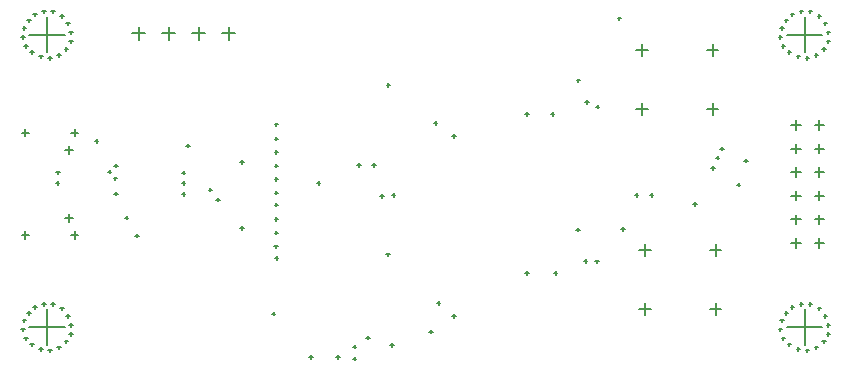
<source format=gbr>
%TF.GenerationSoftware,Altium Limited,Altium Designer,24.10.1 (45)*%
G04 Layer_Color=128*
%FSLAX45Y45*%
%MOMM*%
%TF.SameCoordinates,F50C4461-6059-43A5-BEE7-B7ABC5EDFC2B*%
%TF.FilePolarity,Positive*%
%TF.FileFunction,Drillmap*%
%TF.Part,Single*%
G01*
G75*
%TA.AperFunction,NonConductor*%
%ADD84C,0.12700*%
D84*
X6629100Y1093498D02*
X6709100D01*
X6669100Y1053499D02*
Y1133498D01*
X6829100Y1093498D02*
X6909100D01*
X6869100Y1053499D02*
Y1133498D01*
X6629100Y1293498D02*
X6709100D01*
X6669100Y1253498D02*
Y1333498D01*
X6829100Y1293498D02*
X6909100D01*
X6869100Y1253498D02*
Y1333498D01*
X6629100Y1493498D02*
X6709100D01*
X6669100Y1453498D02*
Y1533498D01*
X6829100Y1493498D02*
X6909100D01*
X6869100Y1453498D02*
Y1533498D01*
X6629100Y1693497D02*
X6709100D01*
X6669100Y1653497D02*
Y1733497D01*
X6829100Y1693497D02*
X6909100D01*
X6869100Y1653497D02*
Y1733497D01*
X6629100Y1893497D02*
X6709100D01*
X6669100Y1853497D02*
Y1933497D01*
X6829100Y1893497D02*
X6909100D01*
X6869100Y1853497D02*
Y1933497D01*
X6629100Y2093499D02*
X6709100D01*
X6669100Y2053499D02*
Y2133499D01*
X6829100Y2093499D02*
X6909100D01*
X6869100Y2053499D02*
Y2133499D01*
X1811900Y2870200D02*
X1921900D01*
X1866900Y2815200D02*
Y2925200D01*
X1557900Y2870200D02*
X1667900D01*
X1612900Y2815200D02*
Y2925200D01*
X1303900Y2870200D02*
X1413900D01*
X1358900Y2815200D02*
Y2925200D01*
X1049900Y2870200D02*
X1159900D01*
X1104900Y2815200D02*
Y2925200D01*
X6593700Y2857500D02*
X6893700D01*
X6743700Y2707500D02*
Y3007500D01*
X180200Y2857500D02*
X480200D01*
X330200Y2707500D02*
Y3007500D01*
X180200Y381000D02*
X480200D01*
X330200Y231000D02*
Y531000D01*
X6593700Y381000D02*
X6893700D01*
X6743700Y231000D02*
Y531000D01*
X5914187Y2726500D02*
X6014187D01*
X5964187Y2676500D02*
Y2776499D01*
X5914187Y2226500D02*
X6014187D01*
X5964187Y2176501D02*
Y2276500D01*
X5314188Y2726500D02*
X5414188D01*
X5364188Y2676500D02*
Y2776499D01*
X5314188Y2226500D02*
X5414188D01*
X5364188Y2176501D02*
Y2276500D01*
X5339613Y537400D02*
X5439613D01*
X5389613Y487401D02*
Y587400D01*
X5339613Y1037399D02*
X5439613D01*
X5389613Y987400D02*
Y1087399D01*
X5939612Y537400D02*
X6039612D01*
X5989612Y487401D02*
Y587400D01*
X5939612Y1037399D02*
X6039612D01*
X5989612Y987400D02*
Y1087399D01*
X483070Y1304486D02*
X548069D01*
X515569Y1271987D02*
Y1336985D01*
X483070Y1882488D02*
X548069D01*
X515569Y1849989D02*
Y1914988D01*
X115560Y1160989D02*
X175560D01*
X145560Y1130989D02*
Y1190989D01*
X115560Y2026011D02*
X175560D01*
X145560Y1996011D02*
Y2056011D01*
X535559Y1160989D02*
X595559D01*
X565559Y1130989D02*
Y1190989D01*
X535559Y2026011D02*
X595559D01*
X565559Y1996011D02*
Y2056011D01*
X6169900Y1587500D02*
X6199900D01*
X6184900Y1572500D02*
Y1602500D01*
X3566400Y342900D02*
X3596400D01*
X3581400Y327900D02*
Y357900D01*
X2232900Y495300D02*
X2262900D01*
X2247900Y480300D02*
Y510300D01*
X406919Y1690606D02*
X436919D01*
X421919Y1675606D02*
Y1705606D01*
X404100Y1600200D02*
X434100D01*
X419100Y1585200D02*
Y1615200D01*
X893976Y1641031D02*
X923976D01*
X908976Y1626031D02*
Y1656031D01*
X896103Y1749516D02*
X926103D01*
X911103Y1734516D02*
Y1764516D01*
X844924Y1698108D02*
X874924D01*
X859924Y1683108D02*
Y1713108D01*
X1966200Y1778000D02*
X1996200D01*
X1981200Y1763000D02*
Y1793000D01*
X1966200Y1219200D02*
X1996200D01*
X1981200Y1204200D02*
Y1234200D01*
X1697840Y1545830D02*
X1727840D01*
X1712840Y1530830D02*
Y1560830D01*
X1763000Y1460500D02*
X1793000D01*
X1778000Y1445500D02*
Y1475500D01*
X5306300Y1498600D02*
X5336300D01*
X5321300Y1483600D02*
Y1513600D01*
X4887200Y2286000D02*
X4917200D01*
X4902200Y2271000D02*
Y2301000D01*
X2918700Y215900D02*
X2948700D01*
X2933700Y200900D02*
Y230900D01*
X2779000Y127000D02*
X2809000D01*
X2794000Y112000D02*
Y142000D01*
X4874500Y939800D02*
X4904500D01*
X4889500Y924800D02*
Y954800D01*
X4968995Y937880D02*
X4998995D01*
X4983995Y922880D02*
Y952880D01*
X4620500Y838200D02*
X4650500D01*
X4635500Y823200D02*
Y853200D01*
X4379200Y838200D02*
X4409200D01*
X4394200Y823200D02*
Y853200D01*
X5801600Y1422400D02*
X5831600D01*
X5816600Y1407400D02*
Y1437400D01*
X5433300Y1498600D02*
X5463300D01*
X5448300Y1483600D02*
Y1513600D01*
X2550400Y127000D02*
X2580400D01*
X2565400Y112000D02*
Y142000D01*
X3236200Y228600D02*
X3266200D01*
X3251200Y213600D02*
Y243600D01*
X3033000Y292100D02*
X3063000D01*
X3048000Y277100D02*
Y307100D01*
X3629900Y584200D02*
X3659900D01*
X3644900Y569200D02*
Y599200D01*
X1471677Y1508226D02*
X1501677D01*
X1486677Y1493226D02*
Y1523226D01*
X1470900Y1689100D02*
X1500900D01*
X1485900Y1674100D02*
Y1704100D01*
X1470900Y1600200D02*
X1500900D01*
X1485900Y1585200D02*
Y1615200D01*
X988300Y1308100D02*
X1018300D01*
X1003300Y1293100D02*
Y1323100D01*
X734300Y1955800D02*
X764300D01*
X749300Y1940800D02*
Y1970800D01*
X1509000Y1917700D02*
X1539000D01*
X1524000Y1902700D02*
Y1932700D01*
X2613900Y1600200D02*
X2643900D01*
X2628900Y1585200D02*
Y1615200D01*
X3083800Y1752600D02*
X3113800D01*
X3098800Y1737600D02*
Y1767600D01*
X2956800Y1752600D02*
X2986800D01*
X2971800Y1737600D02*
Y1767600D01*
X3248900Y1498600D02*
X3278900D01*
X3263900Y1483600D02*
Y1513600D01*
X5160423Y2995386D02*
X5190423D01*
X5175423Y2980386D02*
Y3010386D01*
X5190032Y1213894D02*
X5220032D01*
X5205032Y1198894D02*
Y1228894D01*
X5992100Y1816100D02*
X6022100D01*
X6007100Y1801100D02*
Y1831100D01*
X5954000Y1727200D02*
X5984000D01*
X5969000Y1712200D02*
Y1742200D01*
X6233400Y1790700D02*
X6263400D01*
X6248400Y1775700D02*
Y1805700D01*
X6030200Y1892300D02*
X6060200D01*
X6045200Y1877300D02*
Y1907300D01*
X2918700Y114300D02*
X2948700D01*
X2933700Y99300D02*
Y129300D01*
X4811000Y1206500D02*
X4841000D01*
X4826000Y1191500D02*
Y1221500D01*
X4976100Y2247900D02*
X5006100D01*
X4991100Y2232900D02*
Y2262900D01*
X4595100Y2184400D02*
X4625100D01*
X4610100Y2169400D02*
Y2199400D01*
X4379200Y2184400D02*
X4409200D01*
X4394200Y2169400D02*
Y2199400D01*
X3148811Y1493272D02*
X3178811D01*
X3163811Y1478272D02*
Y1508272D01*
X4812511Y2471172D02*
X4842511D01*
X4827511Y2456172D02*
Y2486172D01*
X3604500Y2108200D02*
X3634500D01*
X3619500Y2093200D02*
Y2123200D01*
X3203854Y2431683D02*
X3233854D01*
X3218854Y2416683D02*
Y2446683D01*
X3758411Y2001272D02*
X3788411D01*
X3773411Y1986272D02*
Y2016272D01*
X3199611Y997972D02*
X3229611D01*
X3214611Y982972D02*
Y1012972D01*
X3761066Y474721D02*
X3791066D01*
X3776066Y459721D02*
Y489721D01*
X2258300Y965200D02*
X2288300D01*
X2273300Y950200D02*
Y980200D01*
X2253415Y1064881D02*
X2283415D01*
X2268415Y1049881D02*
Y1079881D01*
X2257111Y1181100D02*
X2287111D01*
X2272111Y1166100D02*
Y1196100D01*
X2257111Y1295400D02*
X2287111D01*
X2272111Y1280400D02*
Y1310400D01*
X2257111Y1419304D02*
X2287111D01*
X2272111Y1404304D02*
Y1434304D01*
X2257111Y1520904D02*
X2287111D01*
X2272111Y1505904D02*
Y1535904D01*
X2257111Y1635204D02*
X2287111D01*
X2272111Y1620204D02*
Y1650204D01*
X2257111Y1749504D02*
X2287111D01*
X2272111Y1734504D02*
Y1764504D01*
X2257111Y1863804D02*
X2287111D01*
X2272111Y1848804D02*
Y1878804D01*
X2257111Y1978104D02*
X2287111D01*
X2272111Y1963104D02*
Y1993104D01*
X2257111Y2097582D02*
X2287111D01*
X2272111Y2082582D02*
Y2112582D01*
X1077200Y1155700D02*
X1107200D01*
X1092200Y1140700D02*
Y1170700D01*
X899400Y1511300D02*
X929400D01*
X914400Y1496300D02*
Y1526300D01*
X6522634Y2839448D02*
X6552634D01*
X6537634Y2824448D02*
Y2854448D01*
X6535334Y2915648D02*
X6565334D01*
X6550334Y2900648D02*
Y2930648D01*
X6573434Y2979148D02*
X6603434D01*
X6588434Y2964148D02*
Y2994148D01*
X6624234Y3029948D02*
X6654234D01*
X6639234Y3014948D02*
Y3044948D01*
X6700434Y3055348D02*
X6730434D01*
X6715434Y3040348D02*
Y3070348D01*
X6776634Y3055348D02*
X6806634D01*
X6791634Y3040348D02*
Y3070348D01*
X6852834Y3017248D02*
X6882834D01*
X6867834Y3002248D02*
Y3032248D01*
X6903634Y2953748D02*
X6933634D01*
X6918634Y2938748D02*
Y2968748D01*
X6929034Y2877548D02*
X6959034D01*
X6944034Y2862548D02*
Y2892548D01*
X6929034Y2801348D02*
X6959034D01*
X6944034Y2786348D02*
Y2816348D01*
X6890934Y2737848D02*
X6920934D01*
X6905934Y2722848D02*
Y2752848D01*
X6827434Y2687048D02*
X6857434D01*
X6842434Y2672048D02*
Y2702048D01*
X6751234Y2661648D02*
X6781234D01*
X6766234Y2646648D02*
Y2676648D01*
X6675034Y2674348D02*
X6705034D01*
X6690034Y2659348D02*
Y2689348D01*
X6598834Y2712448D02*
X6628834D01*
X6613834Y2697448D02*
Y2727448D01*
X6548034Y2763248D02*
X6578034D01*
X6563034Y2748248D02*
Y2778248D01*
X109134Y2839448D02*
X139134D01*
X124134Y2824448D02*
Y2854448D01*
X121834Y2915648D02*
X151834D01*
X136834Y2900648D02*
Y2930648D01*
X159934Y2979148D02*
X189934D01*
X174934Y2964148D02*
Y2994148D01*
X210734Y3029948D02*
X240734D01*
X225734Y3014948D02*
Y3044948D01*
X286934Y3055348D02*
X316934D01*
X301934Y3040348D02*
Y3070348D01*
X363134Y3055348D02*
X393134D01*
X378134Y3040348D02*
Y3070348D01*
X439334Y3017248D02*
X469334D01*
X454334Y3002248D02*
Y3032248D01*
X490134Y2953748D02*
X520134D01*
X505134Y2938748D02*
Y2968748D01*
X515534Y2877548D02*
X545534D01*
X530534Y2862548D02*
Y2892548D01*
X515534Y2801348D02*
X545534D01*
X530534Y2786348D02*
Y2816348D01*
X477434Y2737848D02*
X507434D01*
X492434Y2722848D02*
Y2752848D01*
X413934Y2687048D02*
X443934D01*
X428934Y2672048D02*
Y2702048D01*
X337734Y2661648D02*
X367734D01*
X352734Y2646648D02*
Y2676648D01*
X261534Y2674348D02*
X291534D01*
X276534Y2659348D02*
Y2689348D01*
X185334Y2712448D02*
X215334D01*
X200334Y2697448D02*
Y2727448D01*
X134534Y2763248D02*
X164534D01*
X149534Y2748248D02*
Y2778248D01*
X109134Y362948D02*
X139134D01*
X124134Y347948D02*
Y377948D01*
X121834Y439148D02*
X151834D01*
X136834Y424148D02*
Y454148D01*
X159934Y502648D02*
X189934D01*
X174934Y487648D02*
Y517648D01*
X210734Y553448D02*
X240734D01*
X225734Y538448D02*
Y568448D01*
X286934Y578848D02*
X316934D01*
X301934Y563848D02*
Y593848D01*
X363134Y578848D02*
X393134D01*
X378134Y563848D02*
Y593848D01*
X439334Y540748D02*
X469334D01*
X454334Y525748D02*
Y555748D01*
X490134Y477248D02*
X520134D01*
X505134Y462248D02*
Y492248D01*
X515534Y401048D02*
X545534D01*
X530534Y386048D02*
Y416048D01*
X515534Y324848D02*
X545534D01*
X530534Y309848D02*
Y339848D01*
X477434Y261348D02*
X507434D01*
X492434Y246348D02*
Y276348D01*
X413934Y210548D02*
X443934D01*
X428934Y195548D02*
Y225548D01*
X337734Y185148D02*
X367734D01*
X352734Y170148D02*
Y200148D01*
X261534Y197848D02*
X291534D01*
X276534Y182848D02*
Y212848D01*
X185334Y235948D02*
X215334D01*
X200334Y220948D02*
Y250948D01*
X134534Y286748D02*
X164534D01*
X149534Y271748D02*
Y301748D01*
X6522634Y362948D02*
X6552634D01*
X6537634Y347948D02*
Y377948D01*
X6535334Y439148D02*
X6565334D01*
X6550334Y424148D02*
Y454148D01*
X6573434Y502648D02*
X6603434D01*
X6588434Y487648D02*
Y517648D01*
X6624234Y553448D02*
X6654234D01*
X6639234Y538448D02*
Y568448D01*
X6700434Y578848D02*
X6730434D01*
X6715434Y563848D02*
Y593848D01*
X6776634Y578848D02*
X6806634D01*
X6791634Y563848D02*
Y593848D01*
X6852834Y540748D02*
X6882834D01*
X6867834Y525748D02*
Y555748D01*
X6903634Y477248D02*
X6933634D01*
X6918634Y462248D02*
Y492248D01*
X6929034Y401048D02*
X6959034D01*
X6944034Y386048D02*
Y416048D01*
X6929034Y324848D02*
X6959034D01*
X6944034Y309848D02*
Y339848D01*
X6890934Y261348D02*
X6920934D01*
X6905934Y246348D02*
Y276348D01*
X6827434Y210548D02*
X6857434D01*
X6842434Y195548D02*
Y225548D01*
X6751234Y185148D02*
X6781234D01*
X6766234Y170148D02*
Y200148D01*
X6675034Y197848D02*
X6705034D01*
X6690034Y182848D02*
Y212848D01*
X6598834Y235948D02*
X6628834D01*
X6613834Y220948D02*
Y250948D01*
X6548034Y286748D02*
X6578034D01*
X6563034Y271748D02*
Y301748D01*
%TF.MD5,aa95a0b3c9b65f190565c735bdc15fa4*%
M02*

</source>
